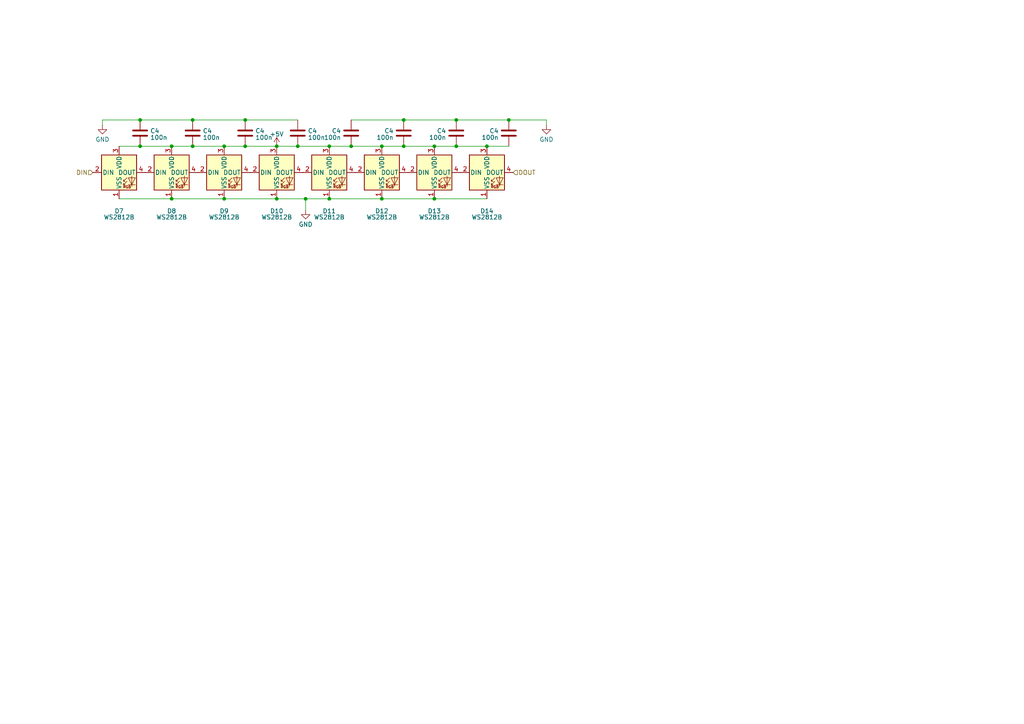
<source format=kicad_sch>
(kicad_sch (version 20230121) (generator eeschema)

  (uuid 000b5500-e950-4ea6-9be5-d5d1bcf6ea8e)

  (paper "A4")

  (lib_symbols
    (symbol "Device:C" (pin_numbers hide) (pin_names (offset 0.254)) (in_bom yes) (on_board yes)
      (property "Reference" "C" (at 0.635 2.54 0)
        (effects (font (size 1.27 1.27)) (justify left))
      )
      (property "Value" "C" (at 0.635 -2.54 0)
        (effects (font (size 1.27 1.27)) (justify left))
      )
      (property "Footprint" "" (at 0.9652 -3.81 0)
        (effects (font (size 1.27 1.27)) hide)
      )
      (property "Datasheet" "~" (at 0 0 0)
        (effects (font (size 1.27 1.27)) hide)
      )
      (property "ki_keywords" "cap capacitor" (at 0 0 0)
        (effects (font (size 1.27 1.27)) hide)
      )
      (property "ki_description" "Unpolarized capacitor" (at 0 0 0)
        (effects (font (size 1.27 1.27)) hide)
      )
      (property "ki_fp_filters" "C_*" (at 0 0 0)
        (effects (font (size 1.27 1.27)) hide)
      )
      (symbol "C_0_1"
        (polyline
          (pts
            (xy -2.032 -0.762)
            (xy 2.032 -0.762)
          )
          (stroke (width 0.508) (type default))
          (fill (type none))
        )
        (polyline
          (pts
            (xy -2.032 0.762)
            (xy 2.032 0.762)
          )
          (stroke (width 0.508) (type default))
          (fill (type none))
        )
      )
      (symbol "C_1_1"
        (pin passive line (at 0 3.81 270) (length 2.794)
          (name "~" (effects (font (size 1.27 1.27))))
          (number "1" (effects (font (size 1.27 1.27))))
        )
        (pin passive line (at 0 -3.81 90) (length 2.794)
          (name "~" (effects (font (size 1.27 1.27))))
          (number "2" (effects (font (size 1.27 1.27))))
        )
      )
    )
    (symbol "mapacr:XL-2121RGBC-WS2812B" (pin_names (offset 0.254)) (in_bom yes) (on_board yes)
      (property "Reference" "D" (at 5.08 5.715 0)
        (effects (font (size 1.27 1.27)) (justify right bottom))
      )
      (property "Value" "XL-2121RGBC-WS2812B" (at 1.27 -5.715 0)
        (effects (font (size 1.27 1.27)) (justify left top))
      )
      (property "Footprint" "mapacr:XL-2121RGBC-WS2812B" (at 1.27 -7.62 0)
        (effects (font (size 1.27 1.27)) (justify left top) hide)
      )
      (property "Datasheet" "https://datasheet.lcsc.com/lcsc/2301111010_XINGLIGHT-XL-2121RGBC-WS2812B_C5349957.pdf" (at 2.54 -9.525 0)
        (effects (font (size 1.27 1.27)) (justify left top) hide)
      )
      (property "JLCPCB_PART" "C5349957" (at 8.89 -12.7 0)
        (effects (font (size 1.27 1.27)))
      )
      (property "ki_keywords" "RGB LED NeoPixel addressable" (at 0 0 0)
        (effects (font (size 1.27 1.27)) hide)
      )
      (property "ki_description" "RGB LED with integrated controller" (at 0 0 0)
        (effects (font (size 1.27 1.27)) hide)
      )
      (property "ki_fp_filters" "LED*WS2812*PLCC*5.0x5.0mm*P3.2mm*" (at 0 0 0)
        (effects (font (size 1.27 1.27)) hide)
      )
      (symbol "XL-2121RGBC-WS2812B_0_0"
        (text "RGB" (at 2.286 -4.191 0)
          (effects (font (size 0.762 0.762)))
        )
      )
      (symbol "XL-2121RGBC-WS2812B_0_1"
        (rectangle (start -5.08 5.08) (end 5.08 -5.08)
          (stroke (width 0.254) (type default))
          (fill (type background))
        )
        (polyline
          (pts
            (xy 1.27 -3.556)
            (xy 1.778 -3.556)
          )
          (stroke (width 0) (type default))
          (fill (type none))
        )
        (polyline
          (pts
            (xy 1.27 -2.54)
            (xy 1.778 -2.54)
          )
          (stroke (width 0) (type default))
          (fill (type none))
        )
        (polyline
          (pts
            (xy 4.699 -3.556)
            (xy 2.667 -3.556)
          )
          (stroke (width 0) (type default))
          (fill (type none))
        )
        (polyline
          (pts
            (xy 2.286 -2.54)
            (xy 1.27 -3.556)
            (xy 1.27 -3.048)
          )
          (stroke (width 0) (type default))
          (fill (type none))
        )
        (polyline
          (pts
            (xy 2.286 -1.524)
            (xy 1.27 -2.54)
            (xy 1.27 -2.032)
          )
          (stroke (width 0) (type default))
          (fill (type none))
        )
        (polyline
          (pts
            (xy 3.683 -1.016)
            (xy 3.683 -3.556)
            (xy 3.683 -4.064)
          )
          (stroke (width 0) (type default))
          (fill (type none))
        )
        (polyline
          (pts
            (xy 4.699 -1.524)
            (xy 2.667 -1.524)
            (xy 3.683 -3.556)
            (xy 4.699 -1.524)
          )
          (stroke (width 0) (type default))
          (fill (type none))
        )
      )
      (symbol "XL-2121RGBC-WS2812B_1_1"
        (pin power_in line (at 0 -7.62 90) (length 2.54)
          (name "VSS" (effects (font (size 1.27 1.27))))
          (number "1" (effects (font (size 1.27 1.27))))
        )
        (pin input line (at -7.62 0 0) (length 2.54)
          (name "DIN" (effects (font (size 1.27 1.27))))
          (number "2" (effects (font (size 1.27 1.27))))
        )
        (pin power_in line (at 0 7.62 270) (length 2.54)
          (name "VDD" (effects (font (size 1.27 1.27))))
          (number "3" (effects (font (size 1.27 1.27))))
        )
        (pin output line (at 7.62 0 180) (length 2.54)
          (name "DOUT" (effects (font (size 1.27 1.27))))
          (number "4" (effects (font (size 1.27 1.27))))
        )
      )
    )
    (symbol "power:+5V" (power) (pin_names (offset 0)) (in_bom yes) (on_board yes)
      (property "Reference" "#PWR" (at 0 -3.81 0)
        (effects (font (size 1.27 1.27)) hide)
      )
      (property "Value" "+5V" (at 0 3.556 0)
        (effects (font (size 1.27 1.27)))
      )
      (property "Footprint" "" (at 0 0 0)
        (effects (font (size 1.27 1.27)) hide)
      )
      (property "Datasheet" "" (at 0 0 0)
        (effects (font (size 1.27 1.27)) hide)
      )
      (property "ki_keywords" "global power" (at 0 0 0)
        (effects (font (size 1.27 1.27)) hide)
      )
      (property "ki_description" "Power symbol creates a global label with name \"+5V\"" (at 0 0 0)
        (effects (font (size 1.27 1.27)) hide)
      )
      (symbol "+5V_0_1"
        (polyline
          (pts
            (xy -0.762 1.27)
            (xy 0 2.54)
          )
          (stroke (width 0) (type default))
          (fill (type none))
        )
        (polyline
          (pts
            (xy 0 0)
            (xy 0 2.54)
          )
          (stroke (width 0) (type default))
          (fill (type none))
        )
        (polyline
          (pts
            (xy 0 2.54)
            (xy 0.762 1.27)
          )
          (stroke (width 0) (type default))
          (fill (type none))
        )
      )
      (symbol "+5V_1_1"
        (pin power_in line (at 0 0 90) (length 0) hide
          (name "+5V" (effects (font (size 1.27 1.27))))
          (number "1" (effects (font (size 1.27 1.27))))
        )
      )
    )
    (symbol "power:GND" (power) (pin_names (offset 0)) (in_bom yes) (on_board yes)
      (property "Reference" "#PWR" (at 0 -6.35 0)
        (effects (font (size 1.27 1.27)) hide)
      )
      (property "Value" "GND" (at 0 -3.81 0)
        (effects (font (size 1.27 1.27)))
      )
      (property "Footprint" "" (at 0 0 0)
        (effects (font (size 1.27 1.27)) hide)
      )
      (property "Datasheet" "" (at 0 0 0)
        (effects (font (size 1.27 1.27)) hide)
      )
      (property "ki_keywords" "global power" (at 0 0 0)
        (effects (font (size 1.27 1.27)) hide)
      )
      (property "ki_description" "Power symbol creates a global label with name \"GND\" , ground" (at 0 0 0)
        (effects (font (size 1.27 1.27)) hide)
      )
      (symbol "GND_0_1"
        (polyline
          (pts
            (xy 0 0)
            (xy 0 -1.27)
            (xy 1.27 -1.27)
            (xy 0 -2.54)
            (xy -1.27 -1.27)
            (xy 0 -1.27)
          )
          (stroke (width 0) (type default))
          (fill (type none))
        )
      )
      (symbol "GND_1_1"
        (pin power_in line (at 0 0 270) (length 0) hide
          (name "GND" (effects (font (size 1.27 1.27))))
          (number "1" (effects (font (size 1.27 1.27))))
        )
      )
    )
  )

  (junction (at 40.64 42.418) (diameter 0) (color 0 0 0 0)
    (uuid 076f27ad-dce5-45e8-a599-cd9fd09a4eb8)
  )
  (junction (at 88.646 57.658) (diameter 0) (color 0 0 0 0)
    (uuid 0a12d924-5ca2-4a2c-b563-15907b3a8de8)
  )
  (junction (at 117.094 34.798) (diameter 0) (color 0 0 0 0)
    (uuid 24d5e596-1281-48f8-80ba-a8f0a416b282)
  )
  (junction (at 55.88 34.798) (diameter 0) (color 0 0 0 0)
    (uuid 265d45ae-08b6-48ad-9b92-3c2b068c1db5)
  )
  (junction (at 49.784 57.658) (diameter 0) (color 0 0 0 0)
    (uuid 2feaca8d-8bd7-4573-9fb0-50a13d9da08e)
  )
  (junction (at 125.984 57.658) (diameter 0) (color 0 0 0 0)
    (uuid 43285f87-e2bd-40f0-bc0c-91355db63775)
  )
  (junction (at 132.334 34.798) (diameter 0) (color 0 0 0 0)
    (uuid 43370472-cde4-4a2e-8a41-f4850d625106)
  )
  (junction (at 95.504 57.658) (diameter 0) (color 0 0 0 0)
    (uuid 44ce2c83-6039-4b9d-a892-7ee2ae255a55)
  )
  (junction (at 125.984 42.418) (diameter 0) (color 0 0 0 0)
    (uuid 5d848518-d294-4ffe-9fae-5e4a6144b3ba)
  )
  (junction (at 71.12 34.798) (diameter 0) (color 0 0 0 0)
    (uuid 60535f10-ea0f-46f9-8607-c917fb507c68)
  )
  (junction (at 65.024 42.418) (diameter 0) (color 0 0 0 0)
    (uuid 62cf7d67-54d2-47e1-bca7-4bc864da30d8)
  )
  (junction (at 117.094 42.418) (diameter 0) (color 0 0 0 0)
    (uuid 6ced6335-6a4d-4e63-849c-584a1b15c808)
  )
  (junction (at 101.854 42.418) (diameter 0) (color 0 0 0 0)
    (uuid 76dc330f-48bc-451e-99b5-ba8fc95d1654)
  )
  (junction (at 86.36 42.418) (diameter 0) (color 0 0 0 0)
    (uuid 8052c5b8-8c1a-4deb-b04b-a5b4878c9050)
  )
  (junction (at 141.224 42.418) (diameter 0) (color 0 0 0 0)
    (uuid 80b9aa37-55b8-498f-a5cb-73796f8d5b74)
  )
  (junction (at 110.744 57.658) (diameter 0) (color 0 0 0 0)
    (uuid 80d77340-442a-4aea-b3e5-9f7322bfc1c9)
  )
  (junction (at 40.64 34.798) (diameter 0) (color 0 0 0 0)
    (uuid 9a921984-a809-4b5f-b78f-df276978f6fb)
  )
  (junction (at 147.574 34.798) (diameter 0) (color 0 0 0 0)
    (uuid 9fba6edb-5e8f-4ee0-9f54-f85f87558a3d)
  )
  (junction (at 132.334 42.418) (diameter 0) (color 0 0 0 0)
    (uuid b375d5c0-daaa-484e-8474-62636617eec9)
  )
  (junction (at 95.504 42.418) (diameter 0) (color 0 0 0 0)
    (uuid c10de93a-7cac-4860-b28f-865f7b3c0ea9)
  )
  (junction (at 80.264 57.658) (diameter 0) (color 0 0 0 0)
    (uuid c686e753-cff7-42d4-9391-470ba6a7443d)
  )
  (junction (at 65.024 57.658) (diameter 0) (color 0 0 0 0)
    (uuid c804f64d-a986-4a7a-85b6-af779193f7be)
  )
  (junction (at 80.264 42.418) (diameter 0) (color 0 0 0 0)
    (uuid c8cf20c9-208e-4376-8c66-e77412f566aa)
  )
  (junction (at 71.12 42.418) (diameter 0) (color 0 0 0 0)
    (uuid d57f7d1c-1597-483a-a3e1-1c9c4bdc6398)
  )
  (junction (at 55.88 42.418) (diameter 0) (color 0 0 0 0)
    (uuid d9cf7402-8be4-4c06-a017-4d9c6198b0aa)
  )
  (junction (at 110.744 42.418) (diameter 0) (color 0 0 0 0)
    (uuid de70dc97-f5fe-40cb-bcc8-7a8bb88a7e2b)
  )
  (junction (at 49.784 42.418) (diameter 0) (color 0 0 0 0)
    (uuid e3cb3be1-3155-4fe9-ae94-375bcd005958)
  )

  (wire (pts (xy 29.718 34.798) (xy 29.718 36.322))
    (stroke (width 0) (type default))
    (uuid 01aac656-c07f-4c84-93cb-9c033d940289)
  )
  (wire (pts (xy 101.854 42.418) (xy 110.744 42.418))
    (stroke (width 0) (type default))
    (uuid 0453f6cd-55aa-4637-aab1-cfa9d1c3bf68)
  )
  (wire (pts (xy 117.094 42.418) (xy 125.984 42.418))
    (stroke (width 0) (type default))
    (uuid 06b04507-f16f-4a23-a4fd-12a34d01eb87)
  )
  (wire (pts (xy 80.264 57.658) (xy 88.646 57.658))
    (stroke (width 0) (type default))
    (uuid 0789743b-b203-4045-bab4-ec68d98c38cd)
  )
  (wire (pts (xy 86.36 42.418) (xy 95.504 42.418))
    (stroke (width 0) (type default))
    (uuid 07cb2bc4-bec1-475b-a955-5db8d4a3d49c)
  )
  (wire (pts (xy 55.88 42.418) (xy 65.024 42.418))
    (stroke (width 0) (type default))
    (uuid 23aa7f18-6294-4477-af17-f7c40489bae4)
  )
  (wire (pts (xy 55.88 34.798) (xy 40.64 34.798))
    (stroke (width 0) (type default))
    (uuid 26a9b515-7be8-4276-995c-dd05f7d6e389)
  )
  (wire (pts (xy 49.784 57.658) (xy 65.024 57.658))
    (stroke (width 0) (type default))
    (uuid 27739cdc-4988-44a3-98a0-89c7bce63d10)
  )
  (wire (pts (xy 101.854 34.798) (xy 117.094 34.798))
    (stroke (width 0) (type default))
    (uuid 31f813d6-689b-452e-958d-8eaf9fd7584f)
  )
  (wire (pts (xy 95.504 42.418) (xy 101.854 42.418))
    (stroke (width 0) (type default))
    (uuid 4436a00b-8f42-4173-aac2-df10c22bc9bd)
  )
  (wire (pts (xy 86.36 34.798) (xy 71.12 34.798))
    (stroke (width 0) (type default))
    (uuid 4987b847-a4bf-4e4e-873b-0dcaff41c29b)
  )
  (wire (pts (xy 40.64 34.798) (xy 29.718 34.798))
    (stroke (width 0) (type default))
    (uuid 49eae0da-cf44-4f25-91cb-809a0fc3ce13)
  )
  (wire (pts (xy 110.744 42.418) (xy 117.094 42.418))
    (stroke (width 0) (type default))
    (uuid 5d0dc019-b413-4bba-8fe5-234c7bdc0066)
  )
  (wire (pts (xy 34.544 42.418) (xy 40.64 42.418))
    (stroke (width 0) (type default))
    (uuid 6719b321-b060-4f64-93e8-d61d44cd9da7)
  )
  (wire (pts (xy 158.496 34.798) (xy 158.496 36.322))
    (stroke (width 0) (type default))
    (uuid 709af8ee-04e5-4f26-80af-0813bb250a3e)
  )
  (wire (pts (xy 80.264 42.418) (xy 86.36 42.418))
    (stroke (width 0) (type default))
    (uuid 72787bf4-b4c1-466a-8637-a494e1e1db0e)
  )
  (wire (pts (xy 49.784 42.418) (xy 55.88 42.418))
    (stroke (width 0) (type default))
    (uuid 7436212a-1c43-4ee9-a7f2-5fabfc37fb5d)
  )
  (wire (pts (xy 34.544 57.658) (xy 49.784 57.658))
    (stroke (width 0) (type default))
    (uuid 7b0dd1d4-b592-454b-9352-a40588067800)
  )
  (wire (pts (xy 71.12 42.418) (xy 80.264 42.418))
    (stroke (width 0) (type default))
    (uuid 7d34f8b0-0568-4cf5-a6b2-065ca5e1d011)
  )
  (wire (pts (xy 125.984 57.658) (xy 141.224 57.658))
    (stroke (width 0) (type default))
    (uuid 85e4be36-617a-4a95-bf2c-089f2baf6ab8)
  )
  (wire (pts (xy 110.744 57.658) (xy 125.984 57.658))
    (stroke (width 0) (type default))
    (uuid 9c56fcc0-ed11-46e9-b39c-c0ac61eb54e6)
  )
  (wire (pts (xy 141.224 42.418) (xy 147.574 42.418))
    (stroke (width 0) (type default))
    (uuid 9ed592a6-e05d-4974-a132-b77dfff10a0c)
  )
  (wire (pts (xy 125.984 42.418) (xy 132.334 42.418))
    (stroke (width 0) (type default))
    (uuid a13cd02b-53d0-445c-9392-fe9c08aad183)
  )
  (wire (pts (xy 147.574 34.798) (xy 158.496 34.798))
    (stroke (width 0) (type default))
    (uuid a2a404bb-62c1-4a70-b6c3-488c0599b2be)
  )
  (wire (pts (xy 117.094 34.798) (xy 132.334 34.798))
    (stroke (width 0) (type default))
    (uuid a8680dec-8195-41d2-bac9-ffaaf66dee82)
  )
  (wire (pts (xy 88.646 57.658) (xy 95.504 57.658))
    (stroke (width 0) (type default))
    (uuid c4fa4715-8bb6-4813-87cc-b28bcfa6b572)
  )
  (wire (pts (xy 71.12 34.798) (xy 55.88 34.798))
    (stroke (width 0) (type default))
    (uuid ccefc73a-060c-4e21-8b3e-1c990cc1fb10)
  )
  (wire (pts (xy 40.64 42.418) (xy 49.784 42.418))
    (stroke (width 0) (type default))
    (uuid d0093afa-584c-428c-9aa6-86c5203ed76e)
  )
  (wire (pts (xy 65.024 57.658) (xy 80.264 57.658))
    (stroke (width 0) (type default))
    (uuid d3051ebd-644a-46b7-9847-733d21e8b688)
  )
  (wire (pts (xy 132.334 42.418) (xy 141.224 42.418))
    (stroke (width 0) (type default))
    (uuid d38dfb42-4542-4941-9f02-5afd23be777c)
  )
  (wire (pts (xy 65.024 42.418) (xy 71.12 42.418))
    (stroke (width 0) (type default))
    (uuid de1514e0-d5c5-4319-bcad-569de99e3409)
  )
  (wire (pts (xy 95.504 57.658) (xy 110.744 57.658))
    (stroke (width 0) (type default))
    (uuid ed7c5f6b-6084-4936-8b00-1c97464d57e5)
  )
  (wire (pts (xy 88.646 57.658) (xy 88.646 60.96))
    (stroke (width 0) (type default))
    (uuid f183c458-5853-4d34-9a6d-820d56d6fa79)
  )
  (wire (pts (xy 132.334 34.798) (xy 147.574 34.798))
    (stroke (width 0) (type default))
    (uuid f957241b-076d-4644-a757-7c517fb3782c)
  )

  (hierarchical_label "DIN" (shape input) (at 26.924 50.038 180) (fields_autoplaced)
    (effects (font (size 1.27 1.27)) (justify right))
    (uuid 153f7dd4-89ea-49ee-a746-af6c37edf211)
  )
  (hierarchical_label "DOUT" (shape input) (at 148.844 50.038 0) (fields_autoplaced)
    (effects (font (size 1.27 1.27)) (justify left))
    (uuid 34fa7aba-866f-4070-a28d-5601976d24d3)
  )

  (symbol (lib_id "mapacr:XL-2121RGBC-WS2812B") (at 49.784 50.038 0) (unit 1)
    (in_bom yes) (on_board yes) (dnp no)
    (uuid 071bbdce-fbd7-4ffd-b22c-6156075021be)
    (property "Reference" "D8" (at 49.784 61.214 0)
      (effects (font (size 1.27 1.27)))
    )
    (property "Value" "WS2812B" (at 49.784 62.992 0)
      (effects (font (size 1.27 1.27)))
    )
    (property "Footprint" "mapacr:XL-2121RGBC-WS2812B" (at 51.054 57.658 0)
      (effects (font (size 1.27 1.27)) (justify left top) hide)
    )
    (property "Datasheet" "https://datasheet.lcsc.com/lcsc/2301111010_XINGLIGHT-XL-2121RGBC-WS2812B_C5349957.pdf" (at 52.324 59.563 0)
      (effects (font (size 1.27 1.27)) (justify left top) hide)
    )
    (property "JLCPCB_PART" "C5349957" (at 49.784 50.038 0)
      (effects (font (size 1.27 1.27)) hide)
    )
    (pin "1" (uuid e2e36cce-d9c9-4133-b065-92226cd154fd))
    (pin "2" (uuid 708f7f4e-5a53-458b-8fc9-7e85d730e9f8))
    (pin "3" (uuid 0fb60e7e-2c94-4f1c-9213-c91b771c1113))
    (pin "4" (uuid 7890ffed-ab81-4731-a51f-7b3aa752605b))
    (instances
      (project "mapacr_budget"
        (path "/71b974b8-1ba1-4062-b002-6a1a7fefb29b/ef5651ee-0871-4d6d-9c6e-414262a62a70"
          (reference "D8") (unit 1)
        )
        (path "/71b974b8-1ba1-4062-b002-6a1a7fefb29b/b471be08-38da-4f6d-99c9-51508577e4de"
          (reference "D34") (unit 1)
        )
        (path "/71b974b8-1ba1-4062-b002-6a1a7fefb29b/9f10eabd-fac9-4558-acc5-44aed6c19d06"
          (reference "D72") (unit 1)
        )
        (path "/71b974b8-1ba1-4062-b002-6a1a7fefb29b/45d952cb-e33b-40b3-8cf1-e8719b831343"
          (reference "D104") (unit 1)
        )
        (path "/71b974b8-1ba1-4062-b002-6a1a7fefb29b/312f0c3d-00c3-4679-841a-39ed235d9850"
          (reference "D138") (unit 1)
        )
        (path "/71b974b8-1ba1-4062-b002-6a1a7fefb29b/ff6e3c1b-d4a0-4fcd-b79d-95b4fb3177db"
          (reference "D173") (unit 1)
        )
        (path "/71b974b8-1ba1-4062-b002-6a1a7fefb29b/5349d1ac-352c-473a-a0ee-34ce162bc7c7"
          (reference "D188") (unit 1)
        )
        (path "/71b974b8-1ba1-4062-b002-6a1a7fefb29b/fe0a37dd-c78a-4d5d-b354-eb404b7f8f91"
          (reference "D203") (unit 1)
        )
      )
    )
  )

  (symbol (lib_id "Device:C") (at 40.64 38.608 0) (unit 1)
    (in_bom yes) (on_board yes) (dnp no) (fields_autoplaced)
    (uuid 206c5539-1ef0-4613-bacd-a4a153d06b80)
    (property "Reference" "C4" (at 43.561 37.9643 0)
      (effects (font (size 1.27 1.27)) (justify left))
    )
    (property "Value" "100n" (at 43.561 39.8853 0)
      (effects (font (size 1.27 1.27)) (justify left))
    )
    (property "Footprint" "Capacitor_SMD:C_0402_1005Metric" (at 41.6052 42.418 0)
      (effects (font (size 1.27 1.27)) hide)
    )
    (property "Datasheet" "~" (at 40.64 38.608 0)
      (effects (font (size 1.27 1.27)) hide)
    )
    (property "JLCPCB_PART" "C1525" (at 40.64 38.608 0)
      (effects (font (size 1.27 1.27)) hide)
    )
    (pin "1" (uuid 9e3fceaf-5881-4372-b666-f54585e32232))
    (pin "2" (uuid 26b74832-3da5-4187-bc02-b43e4e26f256))
    (instances
      (project "mapacr_budget"
        (path "/71b974b8-1ba1-4062-b002-6a1a7fefb29b"
          (reference "C4") (unit 1)
        )
        (path "/71b974b8-1ba1-4062-b002-6a1a7fefb29b/f52dec1b-c982-41db-b30e-ceff01a37811"
          (reference "C11") (unit 1)
        )
        (path "/71b974b8-1ba1-4062-b002-6a1a7fefb29b/402cd8cc-f516-424c-85a0-522f37d43c49"
          (reference "C12") (unit 1)
        )
        (path "/71b974b8-1ba1-4062-b002-6a1a7fefb29b/406a379a-0026-4462-a438-13893326d56e"
          (reference "C13") (unit 1)
        )
        (path "/71b974b8-1ba1-4062-b002-6a1a7fefb29b/61e8544f-1984-44ab-b3c9-02e9f2cb8537"
          (reference "C14") (unit 1)
        )
        (path "/71b974b8-1ba1-4062-b002-6a1a7fefb29b/45742699-6e65-4de0-9a9f-deffae99a3e2"
          (reference "C15") (unit 1)
        )
        (path "/71b974b8-1ba1-4062-b002-6a1a7fefb29b/fd207ae8-3562-48d7-a269-49069aa87ee2"
          (reference "C16") (unit 1)
        )
        (path "/71b974b8-1ba1-4062-b002-6a1a7fefb29b/efb310ba-6218-4192-a0b7-3542a75ac5f7"
          (reference "C17") (unit 1)
        )
        (path "/71b974b8-1ba1-4062-b002-6a1a7fefb29b/9ae854d1-0d72-426c-85fa-670aa3eaa4e9"
          (reference "C18") (unit 1)
        )
        (path "/71b974b8-1ba1-4062-b002-6a1a7fefb29b/4d9fab85-4e20-4961-b776-60f98c0c1888"
          (reference "C19") (unit 1)
        )
        (path "/71b974b8-1ba1-4062-b002-6a1a7fefb29b/78103047-5bab-49fc-ab7a-b39956314c55"
          (reference "C20") (unit 1)
        )
        (path "/71b974b8-1ba1-4062-b002-6a1a7fefb29b/ef5651ee-0871-4d6d-9c6e-414262a62a70"
          (reference "C51") (unit 1)
        )
        (path "/71b974b8-1ba1-4062-b002-6a1a7fefb29b/b471be08-38da-4f6d-99c9-51508577e4de"
          (reference "C59") (unit 1)
        )
        (path "/71b974b8-1ba1-4062-b002-6a1a7fefb29b/9f10eabd-fac9-4558-acc5-44aed6c19d06"
          (reference "C67") (unit 1)
        )
        (path "/71b974b8-1ba1-4062-b002-6a1a7fefb29b/45d952cb-e33b-40b3-8cf1-e8719b831343"
          (reference "C75") (unit 1)
        )
        (path "/71b974b8-1ba1-4062-b002-6a1a7fefb29b/312f0c3d-00c3-4679-841a-39ed235d9850"
          (reference "C83") (unit 1)
        )
        (path "/71b974b8-1ba1-4062-b002-6a1a7fefb29b/ff6e3c1b-d4a0-4fcd-b79d-95b4fb3177db"
          (reference "C87") (unit 1)
        )
        (path "/71b974b8-1ba1-4062-b002-6a1a7fefb29b/5349d1ac-352c-473a-a0ee-34ce162bc7c7"
          (reference "C91") (unit 1)
        )
        (path "/71b974b8-1ba1-4062-b002-6a1a7fefb29b/fe0a37dd-c78a-4d5d-b354-eb404b7f8f91"
          (reference "C95") (unit 1)
        )
      )
      (project "mapacr_controller"
        (path "/c2c1ed0a-c892-43f8-b0d8-e01dd6d47873"
          (reference "C4") (unit 1)
        )
      )
    )
  )

  (symbol (lib_id "power:GND") (at 29.718 36.322 0) (unit 1)
    (in_bom yes) (on_board yes) (dnp no) (fields_autoplaced)
    (uuid 2b831ff2-2ebd-42ff-ae6c-5d3f4ea36a98)
    (property "Reference" "#PWR0110" (at 29.718 42.672 0)
      (effects (font (size 1.27 1.27)) hide)
    )
    (property "Value" "GND" (at 29.718 40.4575 0)
      (effects (font (size 1.27 1.27)))
    )
    (property "Footprint" "" (at 29.718 36.322 0)
      (effects (font (size 1.27 1.27)) hide)
    )
    (property "Datasheet" "" (at 29.718 36.322 0)
      (effects (font (size 1.27 1.27)) hide)
    )
    (pin "1" (uuid 050ea7fc-3a9d-4040-b4e9-5b1ed340208a))
    (instances
      (project "mapacr_budget"
        (path "/71b974b8-1ba1-4062-b002-6a1a7fefb29b/f52dec1b-c982-41db-b30e-ceff01a37811"
          (reference "#PWR0110") (unit 1)
        )
        (path "/71b974b8-1ba1-4062-b002-6a1a7fefb29b/402cd8cc-f516-424c-85a0-522f37d43c49"
          (reference "#PWR0111") (unit 1)
        )
        (path "/71b974b8-1ba1-4062-b002-6a1a7fefb29b/406a379a-0026-4462-a438-13893326d56e"
          (reference "#PWR0112") (unit 1)
        )
        (path "/71b974b8-1ba1-4062-b002-6a1a7fefb29b/61e8544f-1984-44ab-b3c9-02e9f2cb8537"
          (reference "#PWR0113") (unit 1)
        )
        (path "/71b974b8-1ba1-4062-b002-6a1a7fefb29b/45742699-6e65-4de0-9a9f-deffae99a3e2"
          (reference "#PWR0114") (unit 1)
        )
        (path "/71b974b8-1ba1-4062-b002-6a1a7fefb29b/fd207ae8-3562-48d7-a269-49069aa87ee2"
          (reference "#PWR0115") (unit 1)
        )
        (path "/71b974b8-1ba1-4062-b002-6a1a7fefb29b/efb310ba-6218-4192-a0b7-3542a75ac5f7"
          (reference "#PWR0116") (unit 1)
        )
        (path "/71b974b8-1ba1-4062-b002-6a1a7fefb29b/9ae854d1-0d72-426c-85fa-670aa3eaa4e9"
          (reference "#PWR0117") (unit 1)
        )
        (path "/71b974b8-1ba1-4062-b002-6a1a7fefb29b/4d9fab85-4e20-4961-b776-60f98c0c1888"
          (reference "#PWR0118") (unit 1)
        )
        (path "/71b974b8-1ba1-4062-b002-6a1a7fefb29b/78103047-5bab-49fc-ab7a-b39956314c55"
          (reference "#PWR0119") (unit 1)
        )
        (path "/71b974b8-1ba1-4062-b002-6a1a7fefb29b/ef5651ee-0871-4d6d-9c6e-414262a62a70"
          (reference "#PWR0128") (unit 1)
        )
        (path "/71b974b8-1ba1-4062-b002-6a1a7fefb29b/b471be08-38da-4f6d-99c9-51508577e4de"
          (reference "#PWR0129") (unit 1)
        )
        (path "/71b974b8-1ba1-4062-b002-6a1a7fefb29b/9f10eabd-fac9-4558-acc5-44aed6c19d06"
          (reference "#PWR0130") (unit 1)
        )
        (path "/71b974b8-1ba1-4062-b002-6a1a7fefb29b/45d952cb-e33b-40b3-8cf1-e8719b831343"
          (reference "#PWR0131") (unit 1)
        )
        (path "/71b974b8-1ba1-4062-b002-6a1a7fefb29b/312f0c3d-00c3-4679-841a-39ed235d9850"
          (reference "#PWR0132") (unit 1)
        )
        (path "/71b974b8-1ba1-4062-b002-6a1a7fefb29b/ff6e3c1b-d4a0-4fcd-b79d-95b4fb3177db"
          (reference "#PWR0133") (unit 1)
        )
        (path "/71b974b8-1ba1-4062-b002-6a1a7fefb29b/5349d1ac-352c-473a-a0ee-34ce162bc7c7"
          (reference "#PWR0134") (unit 1)
        )
        (path "/71b974b8-1ba1-4062-b002-6a1a7fefb29b/fe0a37dd-c78a-4d5d-b354-eb404b7f8f91"
          (reference "#PWR0135") (unit 1)
        )
      )
    )
  )

  (symbol (lib_id "Device:C") (at 117.094 38.608 0) (mirror y) (unit 1)
    (in_bom yes) (on_board yes) (dnp no) (fields_autoplaced)
    (uuid 432e7d1c-c7e9-417a-a094-aa1035783e32)
    (property "Reference" "C4" (at 114.173 37.9643 0)
      (effects (font (size 1.27 1.27)) (justify left))
    )
    (property "Value" "100n" (at 114.173 39.8853 0)
      (effects (font (size 1.27 1.27)) (justify left))
    )
    (property "Footprint" "Capacitor_SMD:C_0402_1005Metric" (at 116.1288 42.418 0)
      (effects (font (size 1.27 1.27)) hide)
    )
    (property "Datasheet" "~" (at 117.094 38.608 0)
      (effects (font (size 1.27 1.27)) hide)
    )
    (property "JLCPCB_PART" "C1525" (at 117.094 38.608 0)
      (effects (font (size 1.27 1.27)) hide)
    )
    (pin "1" (uuid 92e33e71-788e-4e9b-a52e-e88b812dffcb))
    (pin "2" (uuid b375c223-8d79-4861-86e4-eaee51bcb51f))
    (instances
      (project "mapacr_budget"
        (path "/71b974b8-1ba1-4062-b002-6a1a7fefb29b"
          (reference "C4") (unit 1)
        )
        (path "/71b974b8-1ba1-4062-b002-6a1a7fefb29b/f52dec1b-c982-41db-b30e-ceff01a37811"
          (reference "C31") (unit 1)
        )
        (path "/71b974b8-1ba1-4062-b002-6a1a7fefb29b/402cd8cc-f516-424c-85a0-522f37d43c49"
          (reference "C32") (unit 1)
        )
        (path "/71b974b8-1ba1-4062-b002-6a1a7fefb29b/406a379a-0026-4462-a438-13893326d56e"
          (reference "C33") (unit 1)
        )
        (path "/71b974b8-1ba1-4062-b002-6a1a7fefb29b/61e8544f-1984-44ab-b3c9-02e9f2cb8537"
          (reference "C34") (unit 1)
        )
        (path "/71b974b8-1ba1-4062-b002-6a1a7fefb29b/45742699-6e65-4de0-9a9f-deffae99a3e2"
          (reference "C35") (unit 1)
        )
        (path "/71b974b8-1ba1-4062-b002-6a1a7fefb29b/fd207ae8-3562-48d7-a269-49069aa87ee2"
          (reference "C36") (unit 1)
        )
        (path "/71b974b8-1ba1-4062-b002-6a1a7fefb29b/efb310ba-6218-4192-a0b7-3542a75ac5f7"
          (reference "C37") (unit 1)
        )
        (path "/71b974b8-1ba1-4062-b002-6a1a7fefb29b/9ae854d1-0d72-426c-85fa-670aa3eaa4e9"
          (reference "C38") (unit 1)
        )
        (path "/71b974b8-1ba1-4062-b002-6a1a7fefb29b/4d9fab85-4e20-4961-b776-60f98c0c1888"
          (reference "C39") (unit 1)
        )
        (path "/71b974b8-1ba1-4062-b002-6a1a7fefb29b/78103047-5bab-49fc-ab7a-b39956314c55"
          (reference "C40") (unit 1)
        )
        (path "/71b974b8-1ba1-4062-b002-6a1a7fefb29b/ef5651ee-0871-4d6d-9c6e-414262a62a70"
          (reference "C101") (unit 1)
        )
        (path "/71b974b8-1ba1-4062-b002-6a1a7fefb29b/b471be08-38da-4f6d-99c9-51508577e4de"
          (reference "C105") (unit 1)
        )
        (path "/71b974b8-1ba1-4062-b002-6a1a7fefb29b/9f10eabd-fac9-4558-acc5-44aed6c19d06"
          (reference "C109") (unit 1)
        )
        (path "/71b974b8-1ba1-4062-b002-6a1a7fefb29b/45d952cb-e33b-40b3-8cf1-e8719b831343"
          (reference "C113") (unit 1)
        )
        (path "/71b974b8-1ba1-4062-b002-6a1a7fefb29b/312f0c3d-00c3-4679-841a-39ed235d9850"
          (reference "C117") (unit 1)
        )
        (path "/71b974b8-1ba1-4062-b002-6a1a7fefb29b/ff6e3c1b-d4a0-4fcd-b79d-95b4fb3177db"
          (reference "C121") (unit 1)
        )
        (path "/71b974b8-1ba1-4062-b002-6a1a7fefb29b/5349d1ac-352c-473a-a0ee-34ce162bc7c7"
          (reference "C125") (unit 1)
        )
        (path "/71b974b8-1ba1-4062-b002-6a1a7fefb29b/fe0a37dd-c78a-4d5d-b354-eb404b7f8f91"
          (reference "C129") (unit 1)
        )
      )
      (project "mapacr_controller"
        (path "/c2c1ed0a-c892-43f8-b0d8-e01dd6d47873"
          (reference "C4") (unit 1)
        )
      )
    )
  )

  (symbol (lib_id "mapacr:XL-2121RGBC-WS2812B") (at 125.984 50.038 0) (unit 1)
    (in_bom yes) (on_board yes) (dnp no)
    (uuid 476591c4-ce6b-4694-8b41-7ecd6086bdbe)
    (property "Reference" "D13" (at 125.984 61.214 0)
      (effects (font (size 1.27 1.27)))
    )
    (property "Value" "WS2812B" (at 125.984 62.992 0)
      (effects (font (size 1.27 1.27)))
    )
    (property "Footprint" "mapacr:XL-2121RGBC-WS2812B" (at 127.254 57.658 0)
      (effects (font (size 1.27 1.27)) (justify left top) hide)
    )
    (property "Datasheet" "https://datasheet.lcsc.com/lcsc/2301111010_XINGLIGHT-XL-2121RGBC-WS2812B_C5349957.pdf" (at 128.524 59.563 0)
      (effects (font (size 1.27 1.27)) (justify left top) hide)
    )
    (property "JLCPCB_PART" "C5349957" (at 125.984 50.038 0)
      (effects (font (size 1.27 1.27)) hide)
    )
    (pin "1" (uuid 64a28a88-5916-4401-9f72-e2bfa2cb489b))
    (pin "2" (uuid 277d6b05-1fb7-46e0-8b17-3196bee87e91))
    (pin "3" (uuid 25a40b93-0442-4763-8536-85a8bc8ae3b2))
    (pin "4" (uuid 25eeaa42-1117-4977-ad86-e5fa0faa63f2))
    (instances
      (project "mapacr_budget"
        (path "/71b974b8-1ba1-4062-b002-6a1a7fefb29b/ef5651ee-0871-4d6d-9c6e-414262a62a70"
          (reference "D13") (unit 1)
        )
        (path "/71b974b8-1ba1-4062-b002-6a1a7fefb29b/b471be08-38da-4f6d-99c9-51508577e4de"
          (reference "D39") (unit 1)
        )
        (path "/71b974b8-1ba1-4062-b002-6a1a7fefb29b/9f10eabd-fac9-4558-acc5-44aed6c19d06"
          (reference "D77") (unit 1)
        )
        (path "/71b974b8-1ba1-4062-b002-6a1a7fefb29b/45d952cb-e33b-40b3-8cf1-e8719b831343"
          (reference "D109") (unit 1)
        )
        (path "/71b974b8-1ba1-4062-b002-6a1a7fefb29b/312f0c3d-00c3-4679-841a-39ed235d9850"
          (reference "D143") (unit 1)
        )
        (path "/71b974b8-1ba1-4062-b002-6a1a7fefb29b/ff6e3c1b-d4a0-4fcd-b79d-95b4fb3177db"
          (reference "D178") (unit 1)
        )
        (path "/71b974b8-1ba1-4062-b002-6a1a7fefb29b/5349d1ac-352c-473a-a0ee-34ce162bc7c7"
          (reference "D193") (unit 1)
        )
        (path "/71b974b8-1ba1-4062-b002-6a1a7fefb29b/fe0a37dd-c78a-4d5d-b354-eb404b7f8f91"
          (reference "D208") (unit 1)
        )
      )
    )
  )

  (symbol (lib_id "Device:C") (at 86.36 38.608 0) (unit 1)
    (in_bom yes) (on_board yes) (dnp no) (fields_autoplaced)
    (uuid 4ea3e363-5196-44c4-9bb1-671e1feb4dd5)
    (property "Reference" "C4" (at 89.281 37.9643 0)
      (effects (font (size 1.27 1.27)) (justify left))
    )
    (property "Value" "100n" (at 89.281 39.8853 0)
      (effects (font (size 1.27 1.27)) (justify left))
    )
    (property "Footprint" "Capacitor_SMD:C_0402_1005Metric" (at 87.3252 42.418 0)
      (effects (font (size 1.27 1.27)) hide)
    )
    (property "Datasheet" "~" (at 86.36 38.608 0)
      (effects (font (size 1.27 1.27)) hide)
    )
    (property "JLCPCB_PART" "C1525" (at 86.36 38.608 0)
      (effects (font (size 1.27 1.27)) hide)
    )
    (pin "1" (uuid 2723a0dc-0da8-460e-b284-bc8e8eafb94d))
    (pin "2" (uuid a0b931a2-8dc5-4684-85e9-858751134c97))
    (instances
      (project "mapacr_budget"
        (path "/71b974b8-1ba1-4062-b002-6a1a7fefb29b"
          (reference "C4") (unit 1)
        )
        (path "/71b974b8-1ba1-4062-b002-6a1a7fefb29b/f52dec1b-c982-41db-b30e-ceff01a37811"
          (reference "C41") (unit 1)
        )
        (path "/71b974b8-1ba1-4062-b002-6a1a7fefb29b/402cd8cc-f516-424c-85a0-522f37d43c49"
          (reference "C42") (unit 1)
        )
        (path "/71b974b8-1ba1-4062-b002-6a1a7fefb29b/406a379a-0026-4462-a438-13893326d56e"
          (reference "C43") (unit 1)
        )
        (path "/71b974b8-1ba1-4062-b002-6a1a7fefb29b/61e8544f-1984-44ab-b3c9-02e9f2cb8537"
          (reference "C44") (unit 1)
        )
        (path "/71b974b8-1ba1-4062-b002-6a1a7fefb29b/45742699-6e65-4de0-9a9f-deffae99a3e2"
          (reference "C45") (unit 1)
        )
        (path "/71b974b8-1ba1-4062-b002-6a1a7fefb29b/fd207ae8-3562-48d7-a269-49069aa87ee2"
          (reference "C46") (unit 1)
        )
        (path "/71b974b8-1ba1-4062-b002-6a1a7fefb29b/efb310ba-6218-4192-a0b7-3542a75ac5f7"
          (reference "C47") (unit 1)
        )
        (path "/71b974b8-1ba1-4062-b002-6a1a7fefb29b/9ae854d1-0d72-426c-85fa-670aa3eaa4e9"
          (reference "C48") (unit 1)
        )
        (path "/71b974b8-1ba1-4062-b002-6a1a7fefb29b/4d9fab85-4e20-4961-b776-60f98c0c1888"
          (reference "C49") (unit 1)
        )
        (path "/71b974b8-1ba1-4062-b002-6a1a7fefb29b/78103047-5bab-49fc-ab7a-b39956314c55"
          (reference "C50") (unit 1)
        )
        (path "/71b974b8-1ba1-4062-b002-6a1a7fefb29b/ef5651ee-0871-4d6d-9c6e-414262a62a70"
          (reference "C56") (unit 1)
        )
        (path "/71b974b8-1ba1-4062-b002-6a1a7fefb29b/b471be08-38da-4f6d-99c9-51508577e4de"
          (reference "C64") (unit 1)
        )
        (path "/71b974b8-1ba1-4062-b002-6a1a7fefb29b/9f10eabd-fac9-4558-acc5-44aed6c19d06"
          (reference "C72") (unit 1)
        )
        (path "/71b974b8-1ba1-4062-b002-6a1a7fefb29b/45d952cb-e33b-40b3-8cf1-e8719b831343"
          (reference "C80") (unit 1)
        )
        (path "/71b974b8-1ba1-4062-b002-6a1a7fefb29b/312f0c3d-00c3-4679-841a-39ed235d9850"
          (reference "C86") (unit 1)
        )
        (path "/71b974b8-1ba1-4062-b002-6a1a7fefb29b/ff6e3c1b-d4a0-4fcd-b79d-95b4fb3177db"
          (reference "C90") (unit 1)
        )
        (path "/71b974b8-1ba1-4062-b002-6a1a7fefb29b/5349d1ac-352c-473a-a0ee-34ce162bc7c7"
          (reference "C94") (unit 1)
        )
        (path "/71b974b8-1ba1-4062-b002-6a1a7fefb29b/fe0a37dd-c78a-4d5d-b354-eb404b7f8f91"
          (reference "C98") (unit 1)
        )
      )
      (project "mapacr_controller"
        (path "/c2c1ed0a-c892-43f8-b0d8-e01dd6d47873"
          (reference "C4") (unit 1)
        )
      )
    )
  )

  (symbol (lib_id "mapacr:XL-2121RGBC-WS2812B") (at 110.744 50.038 0) (unit 1)
    (in_bom yes) (on_board yes) (dnp no)
    (uuid 4fef6977-888a-4071-af1e-063b618b8958)
    (property "Reference" "D12" (at 110.744 61.214 0)
      (effects (font (size 1.27 1.27)))
    )
    (property "Value" "WS2812B" (at 110.744 62.992 0)
      (effects (font (size 1.27 1.27)))
    )
    (property "Footprint" "mapacr:XL-2121RGBC-WS2812B" (at 112.014 57.658 0)
      (effects (font (size 1.27 1.27)) (justify left top) hide)
    )
    (property "Datasheet" "https://datasheet.lcsc.com/lcsc/2301111010_XINGLIGHT-XL-2121RGBC-WS2812B_C5349957.pdf" (at 113.284 59.563 0)
      (effects (font (size 1.27 1.27)) (justify left top) hide)
    )
    (property "JLCPCB_PART" "C5349957" (at 110.744 50.038 0)
      (effects (font (size 1.27 1.27)) hide)
    )
    (pin "1" (uuid 8a1cf781-ed3c-4e01-8688-3752aa3a8101))
    (pin "2" (uuid 9c87a604-079f-4c33-91b2-daabb420fd1a))
    (pin "3" (uuid 571dd0c5-86c4-48de-a689-3c697033f831))
    (pin "4" (uuid 889e63bb-d6f3-42f3-8ba8-fb9eaeca5068))
    (instances
      (project "mapacr_budget"
        (path "/71b974b8-1ba1-4062-b002-6a1a7fefb29b/ef5651ee-0871-4d6d-9c6e-414262a62a70"
          (reference "D12") (unit 1)
        )
        (path "/71b974b8-1ba1-4062-b002-6a1a7fefb29b/b471be08-38da-4f6d-99c9-51508577e4de"
          (reference "D38") (unit 1)
        )
        (path "/71b974b8-1ba1-4062-b002-6a1a7fefb29b/9f10eabd-fac9-4558-acc5-44aed6c19d06"
          (reference "D76") (unit 1)
        )
        (path "/71b974b8-1ba1-4062-b002-6a1a7fefb29b/45d952cb-e33b-40b3-8cf1-e8719b831343"
          (reference "D108") (unit 1)
        )
        (path "/71b974b8-1ba1-4062-b002-6a1a7fefb29b/312f0c3d-00c3-4679-841a-39ed235d9850"
          (reference "D142") (unit 1)
        )
        (path "/71b974b8-1ba1-4062-b002-6a1a7fefb29b/ff6e3c1b-d4a0-4fcd-b79d-95b4fb3177db"
          (reference "D177") (unit 1)
        )
        (path "/71b974b8-1ba1-4062-b002-6a1a7fefb29b/5349d1ac-352c-473a-a0ee-34ce162bc7c7"
          (reference "D192") (unit 1)
        )
        (path "/71b974b8-1ba1-4062-b002-6a1a7fefb29b/fe0a37dd-c78a-4d5d-b354-eb404b7f8f91"
          (reference "D207") (unit 1)
        )
      )
    )
  )

  (symbol (lib_id "Device:C") (at 147.574 38.608 0) (mirror y) (unit 1)
    (in_bom yes) (on_board yes) (dnp no) (fields_autoplaced)
    (uuid 5ea6e7ed-df85-4d37-9978-987584730e2a)
    (property "Reference" "C4" (at 144.653 37.9643 0)
      (effects (font (size 1.27 1.27)) (justify left))
    )
    (property "Value" "100n" (at 144.653 39.8853 0)
      (effects (font (size 1.27 1.27)) (justify left))
    )
    (property "Footprint" "Capacitor_SMD:C_0402_1005Metric" (at 146.6088 42.418 0)
      (effects (font (size 1.27 1.27)) hide)
    )
    (property "Datasheet" "~" (at 147.574 38.608 0)
      (effects (font (size 1.27 1.27)) hide)
    )
    (property "JLCPCB_PART" "C1525" (at 147.574 38.608 0)
      (effects (font (size 1.27 1.27)) hide)
    )
    (pin "1" (uuid db1420aa-bf3f-459b-9534-6bef1987b2fc))
    (pin "2" (uuid 5fb163e2-59e7-46e0-8466-634cfd3aa6d5))
    (instances
      (project "mapacr_budget"
        (path "/71b974b8-1ba1-4062-b002-6a1a7fefb29b"
          (reference "C4") (unit 1)
        )
        (path "/71b974b8-1ba1-4062-b002-6a1a7fefb29b/f52dec1b-c982-41db-b30e-ceff01a37811"
          (reference "C11") (unit 1)
        )
        (path "/71b974b8-1ba1-4062-b002-6a1a7fefb29b/402cd8cc-f516-424c-85a0-522f37d43c49"
          (reference "C12") (unit 1)
        )
        (path "/71b974b8-1ba1-4062-b002-6a1a7fefb29b/406a379a-0026-4462-a438-13893326d56e"
          (reference "C13") (unit 1)
        )
        (path "/71b974b8-1ba1-4062-b002-6a1a7fefb29b/61e8544f-1984-44ab-b3c9-02e9f2cb8537"
          (reference "C14") (unit 1)
        )
        (path "/71b974b8-1ba1-4062-b002-6a1a7fefb29b/45742699-6e65-4de0-9a9f-deffae99a3e2"
          (reference "C15") (unit 1)
        )
        (path "/71b974b8-1ba1-4062-b002-6a1a7fefb29b/fd207ae8-3562-48d7-a269-49069aa87ee2"
          (reference "C16") (unit 1)
        )
        (path "/71b974b8-1ba1-4062-b002-6a1a7fefb29b/efb310ba-6218-4192-a0b7-3542a75ac5f7"
          (reference "C17") (unit 1)
        )
        (path "/71b974b8-1ba1-4062-b002-6a1a7fefb29b/9ae854d1-0d72-426c-85fa-670aa3eaa4e9"
          (reference "C18") (unit 1)
        )
        (path "/71b974b8-1ba1-4062-b002-6a1a7fefb29b/4d9fab85-4e20-4961-b776-60f98c0c1888"
          (reference "C19") (unit 1)
        )
        (path "/71b974b8-1ba1-4062-b002-6a1a7fefb29b/78103047-5bab-49fc-ab7a-b39956314c55"
          (reference "C20") (unit 1)
        )
        (path "/71b974b8-1ba1-4062-b002-6a1a7fefb29b/ef5651ee-0871-4d6d-9c6e-414262a62a70"
          (reference "C99") (unit 1)
        )
        (path "/71b974b8-1ba1-4062-b002-6a1a7fefb29b/b471be08-38da-4f6d-99c9-51508577e4de"
          (reference "C103") (unit 1)
        )
        (path "/71b974b8-1ba1-4062-b002-6a1a7fefb29b/9f10eabd-fac9-4558-acc5-44aed6c19d06"
          (reference "C107") (unit 1)
        )
        (path "/71b974b8-1ba1-4062-b002-6a1a7fefb29b/45d952cb-e33b-40b3-8cf1-e8719b831343"
          (reference "C111") (unit 1)
        )
        (path "/71b974b8-1ba1-4062-b002-6a1a7fefb29b/312f0c3d-00c3-4679-841a-39ed235d9850"
          (reference "C115") (unit 1)
        )
        (path "/71b974b8-1ba1-4062-b002-6a1a7fefb29b/ff6e3c1b-d4a0-4fcd-b79d-95b4fb3177db"
          (reference "C119") (unit 1)
        )
        (path "/71b974b8-1ba1-4062-b002-6a1a7fefb29b/5349d1ac-352c-473a-a0ee-34ce162bc7c7"
          (reference "C123") (unit 1)
        )
        (path "/71b974b8-1ba1-4062-b002-6a1a7fefb29b/fe0a37dd-c78a-4d5d-b354-eb404b7f8f91"
          (reference "C127") (unit 1)
        )
      )
      (project "mapacr_controller"
        (path "/c2c1ed0a-c892-43f8-b0d8-e01dd6d47873"
          (reference "C4") (unit 1)
        )
      )
    )
  )

  (symbol (lib_id "Device:C") (at 132.334 38.608 0) (mirror y) (unit 1)
    (in_bom yes) (on_board yes) (dnp no) (fields_autoplaced)
    (uuid 77028cb2-46f4-417d-b842-fa728964bd99)
    (property "Reference" "C4" (at 129.413 37.9643 0)
      (effects (font (size 1.27 1.27)) (justify left))
    )
    (property "Value" "100n" (at 129.413 39.8853 0)
      (effects (font (size 1.27 1.27)) (justify left))
    )
    (property "Footprint" "Capacitor_SMD:C_0402_1005Metric" (at 131.3688 42.418 0)
      (effects (font (size 1.27 1.27)) hide)
    )
    (property "Datasheet" "~" (at 132.334 38.608 0)
      (effects (font (size 1.27 1.27)) hide)
    )
    (property "JLCPCB_PART" "C1525" (at 132.334 38.608 0)
      (effects (font (size 1.27 1.27)) hide)
    )
    (pin "1" (uuid ad12513d-8697-4642-acd6-741088293fb1))
    (pin "2" (uuid 7be5825d-71b1-487c-a416-acfcb64827cc))
    (instances
      (project "mapacr_budget"
        (path "/71b974b8-1ba1-4062-b002-6a1a7fefb29b"
          (reference "C4") (unit 1)
        )
        (path "/71b974b8-1ba1-4062-b002-6a1a7fefb29b/f52dec1b-c982-41db-b30e-ceff01a37811"
          (reference "C21") (unit 1)
        )
        (path "/71b974b8-1ba1-4062-b002-6a1a7fefb29b/402cd8cc-f516-424c-85a0-522f37d43c49"
          (reference "C22") (unit 1)
        )
        (path "/71b974b8-1ba1-4062-b002-6a1a7fefb29b/406a379a-0026-4462-a438-13893326d56e"
          (reference "C23") (unit 1)
        )
        (path "/71b974b8-1ba1-4062-b002-6a1a7fefb29b/61e8544f-1984-44ab-b3c9-02e9f2cb8537"
          (reference "C24") (unit 1)
        )
        (path "/71b974b8-1ba1-4062-b002-6a1a7fefb29b/45742699-6e65-4de0-9a9f-deffae99a3e2"
          (reference "C25") (unit 1)
        )
        (path "/71b974b8-1ba1-4062-b002-6a1a7fefb29b/fd207ae8-3562-48d7-a269-49069aa87ee2"
          (reference "C26") (unit 1)
        )
        (path "/71b974b8-1ba1-4062-b002-6a1a7fefb29b/efb310ba-6218-4192-a0b7-3542a75ac5f7"
          (reference "C27") (unit 1)
        )
        (path "/71b974b8-1ba1-4062-b002-6a1a7fefb29b/9ae854d1-0d72-426c-85fa-670aa3eaa4e9"
          (reference "C28") (unit 1)
        )
        (path "/71b974b8-1ba1-4062-b002-6a1a7fefb29b/4d9fab85-4e20-4961-b776-60f98c0c1888"
          (reference "C29") (unit 1)
        )
        (path "/71b974b8-1ba1-4062-b002-6a1a7fefb29b/78103047-5bab-49fc-ab7a-b39956314c55"
          (reference "C30") (unit 1)
        )
        (path "/71b974b8-1ba1-4062-b002-6a1a7fefb29b/ef5651ee-0871-4d6d-9c6e-414262a62a70"
          (reference "C100") (unit 1)
        )
        (path "/71b974b8-1ba1-4062-b002-6a1a7fefb29b/b471be08-38da-4f6d-99c9-51508577e4de"
          (reference "C104") (unit 1)
        )
        (path "/71b974b8-1ba1-4062-b002-6a1a7fefb29b/9f10eabd-fac9-4558-acc5-44aed6c19d06"
          (reference "C108") (unit 1)
        )
        (path "/71b974b8-1ba1-4062-b002-6a1a7fefb29b/45d952cb-e33b-40b3-8cf1-e8719b831343"
          (reference "C112") (unit 1)
        )
        (path "/71b974b8-1ba1-4062-b002-6a1a7fefb29b/312f0c3d-00c3-4679-841a-39ed235d9850"
          (reference "C116") (unit 1)
        )
        (path "/71b974b8-1ba1-4062-b002-6a1a7fefb29b/ff6e3c1b-d4a0-4fcd-b79d-95b4fb3177db"
          (reference "C120") (unit 1)
        )
        (path "/71b974b8-1ba1-4062-b002-6a1a7fefb29b/5349d1ac-352c-473a-a0ee-34ce162bc7c7"
          (reference "C124") (unit 1)
        )
        (path "/71b974b8-1ba1-4062-b002-6a1a7fefb29b/fe0a37dd-c78a-4d5d-b354-eb404b7f8f91"
          (reference "C128") (unit 1)
        )
      )
      (project "mapacr_controller"
        (path "/c2c1ed0a-c892-43f8-b0d8-e01dd6d47873"
          (reference "C4") (unit 1)
        )
      )
    )
  )

  (symbol (lib_id "mapacr:XL-2121RGBC-WS2812B") (at 80.264 50.038 0) (unit 1)
    (in_bom yes) (on_board yes) (dnp no)
    (uuid 7afa00a7-6042-43a9-bec5-63b0f07f19a1)
    (property "Reference" "D10" (at 80.264 61.214 0)
      (effects (font (size 1.27 1.27)))
    )
    (property "Value" "WS2812B" (at 80.264 62.992 0)
      (effects (font (size 1.27 1.27)))
    )
    (property "Footprint" "mapacr:XL-2121RGBC-WS2812B" (at 81.534 57.658 0)
      (effects (font (size 1.27 1.27)) (justify left top) hide)
    )
    (property "Datasheet" "https://datasheet.lcsc.com/lcsc/2301111010_XINGLIGHT-XL-2121RGBC-WS2812B_C5349957.pdf" (at 82.804 59.563 0)
      (effects (font (size 1.27 1.27)) (justify left top) hide)
    )
    (property "JLCPCB_PART" "C5349957" (at 80.264 50.038 0)
      (effects (font (size 1.27 1.27)) hide)
    )
    (pin "1" (uuid cdea1281-6255-4000-ba7d-ea3c55e2e522))
    (pin "2" (uuid 21dd4fd8-3b1a-45ca-9fef-bdd5ad48c727))
    (pin "3" (uuid 555a7567-602c-4f6c-95b4-01cabde77bc1))
    (pin "4" (uuid c160ab7b-0da0-4300-8aa3-8b23b370e9ce))
    (instances
      (project "mapacr_budget"
        (path "/71b974b8-1ba1-4062-b002-6a1a7fefb29b/ef5651ee-0871-4d6d-9c6e-414262a62a70"
          (reference "D10") (unit 1)
        )
        (path "/71b974b8-1ba1-4062-b002-6a1a7fefb29b/b471be08-38da-4f6d-99c9-51508577e4de"
          (reference "D36") (unit 1)
        )
        (path "/71b974b8-1ba1-4062-b002-6a1a7fefb29b/9f10eabd-fac9-4558-acc5-44aed6c19d06"
          (reference "D74") (unit 1)
        )
        (path "/71b974b8-1ba1-4062-b002-6a1a7fefb29b/45d952cb-e33b-40b3-8cf1-e8719b831343"
          (reference "D106") (unit 1)
        )
        (path "/71b974b8-1ba1-4062-b002-6a1a7fefb29b/312f0c3d-00c3-4679-841a-39ed235d9850"
          (reference "D140") (unit 1)
        )
        (path "/71b974b8-1ba1-4062-b002-6a1a7fefb29b/ff6e3c1b-d4a0-4fcd-b79d-95b4fb3177db"
          (reference "D175") (unit 1)
        )
        (path "/71b974b8-1ba1-4062-b002-6a1a7fefb29b/5349d1ac-352c-473a-a0ee-34ce162bc7c7"
          (reference "D190") (unit 1)
        )
        (path "/71b974b8-1ba1-4062-b002-6a1a7fefb29b/fe0a37dd-c78a-4d5d-b354-eb404b7f8f91"
          (reference "D205") (unit 1)
        )
      )
    )
  )

  (symbol (lib_id "Device:C") (at 71.12 38.608 0) (unit 1)
    (in_bom yes) (on_board yes) (dnp no) (fields_autoplaced)
    (uuid 91c3d21e-7044-4232-a1bb-b4e0af679950)
    (property "Reference" "C4" (at 74.041 37.9643 0)
      (effects (font (size 1.27 1.27)) (justify left))
    )
    (property "Value" "100n" (at 74.041 39.8853 0)
      (effects (font (size 1.27 1.27)) (justify left))
    )
    (property "Footprint" "Capacitor_SMD:C_0402_1005Metric" (at 72.0852 42.418 0)
      (effects (font (size 1.27 1.27)) hide)
    )
    (property "Datasheet" "~" (at 71.12 38.608 0)
      (effects (font (size 1.27 1.27)) hide)
    )
    (property "JLCPCB_PART" "C1525" (at 71.12 38.608 0)
      (effects (font (size 1.27 1.27)) hide)
    )
    (pin "1" (uuid 17a6a375-c48e-4da0-a4aa-99f9fc5e0449))
    (pin "2" (uuid 15b970ee-5648-4f4c-a3dc-f85c2029650b))
    (instances
      (project "mapacr_budget"
        (path "/71b974b8-1ba1-4062-b002-6a1a7fefb29b"
          (reference "C4") (unit 1)
        )
        (path "/71b974b8-1ba1-4062-b002-6a1a7fefb29b/f52dec1b-c982-41db-b30e-ceff01a37811"
          (reference "C31") (unit 1)
        )
        (path "/71b974b8-1ba1-4062-b002-6a1a7fefb29b/402cd8cc-f516-424c-85a0-522f37d43c49"
          (reference "C32") (unit 1)
        )
        (path "/71b974b8-1ba1-4062-b002-6a1a7fefb29b/406a379a-0026-4462-a438-13893326d56e"
          (reference "C33") (unit 1)
        )
        (path "/71b974b8-1ba1-4062-b002-6a1a7fefb29b/61e8544f-1984-44ab-b3c9-02e9f2cb8537"
          (reference "C34") (unit 1)
        )
        (path "/71b974b8-1ba1-4062-b002-6a1a7fefb29b/45742699-6e65-4de0-9a9f-deffae99a3e2"
          (reference "C35") (unit 1)
        )
        (path "/71b974b8-1ba1-4062-b002-6a1a7fefb29b/fd207ae8-3562-48d7-a269-49069aa87ee2"
          (reference "C36") (unit 1)
        )
        (path "/71b974b8-1ba1-4062-b002-6a1a7fefb29b/efb310ba-6218-4192-a0b7-3542a75ac5f7"
          (reference "C37") (unit 1)
        )
        (path "/71b974b8-1ba1-4062-b002-6a1a7fefb29b/9ae854d1-0d72-426c-85fa-670aa3eaa4e9"
          (reference "C38") (unit 1)
        )
        (path "/71b974b8-1ba1-4062-b002-6a1a7fefb29b/4d9fab85-4e20-4961-b776-60f98c0c1888"
          (reference "C39") (unit 1)
        )
        (path "/71b974b8-1ba1-4062-b002-6a1a7fefb29b/78103047-5bab-49fc-ab7a-b39956314c55"
          (reference "C40") (unit 1)
        )
        (path "/71b974b8-1ba1-4062-b002-6a1a7fefb29b/ef5651ee-0871-4d6d-9c6e-414262a62a70"
          (reference "C55") (unit 1)
        )
        (path "/71b974b8-1ba1-4062-b002-6a1a7fefb29b/b471be08-38da-4f6d-99c9-51508577e4de"
          (reference "C63") (unit 1)
        )
        (path "/71b974b8-1ba1-4062-b002-6a1a7fefb29b/9f10eabd-fac9-4558-acc5-44aed6c19d06"
          (reference "C71") (unit 1)
        )
        (path "/71b974b8-1ba1-4062-b002-6a1a7fefb29b/45d952cb-e33b-40b3-8cf1-e8719b831343"
          (reference "C79") (unit 1)
        )
        (path "/71b974b8-1ba1-4062-b002-6a1a7fefb29b/312f0c3d-00c3-4679-841a-39ed235d9850"
          (reference "C85") (unit 1)
        )
        (path "/71b974b8-1ba1-4062-b002-6a1a7fefb29b/ff6e3c1b-d4a0-4fcd-b79d-95b4fb3177db"
          (reference "C89") (unit 1)
        )
        (path "/71b974b8-1ba1-4062-b002-6a1a7fefb29b/5349d1ac-352c-473a-a0ee-34ce162bc7c7"
          (reference "C93") (unit 1)
        )
        (path "/71b974b8-1ba1-4062-b002-6a1a7fefb29b/fe0a37dd-c78a-4d5d-b354-eb404b7f8f91"
          (reference "C97") (unit 1)
        )
      )
      (project "mapacr_controller"
        (path "/c2c1ed0a-c892-43f8-b0d8-e01dd6d47873"
          (reference "C4") (unit 1)
        )
      )
    )
  )

  (symbol (lib_id "mapacr:XL-2121RGBC-WS2812B") (at 65.024 50.038 0) (unit 1)
    (in_bom yes) (on_board yes) (dnp no)
    (uuid 92422482-315c-4a4e-bd50-6c6600f554ec)
    (property "Reference" "D9" (at 65.024 61.214 0)
      (effects (font (size 1.27 1.27)))
    )
    (property "Value" "WS2812B" (at 65.024 62.992 0)
      (effects (font (size 1.27 1.27)))
    )
    (property "Footprint" "mapacr:XL-2121RGBC-WS2812B" (at 66.294 57.658 0)
      (effects (font (size 1.27 1.27)) (justify left top) hide)
    )
    (property "Datasheet" "https://datasheet.lcsc.com/lcsc/2301111010_XINGLIGHT-XL-2121RGBC-WS2812B_C5349957.pdf" (at 67.564 59.563 0)
      (effects (font (size 1.27 1.27)) (justify left top) hide)
    )
    (property "JLCPCB_PART" "C5349957" (at 65.024 50.038 0)
      (effects (font (size 1.27 1.27)) hide)
    )
    (pin "1" (uuid 88188597-5bb7-45f0-928f-1cc1847a9b9b))
    (pin "2" (uuid 57d28a2f-13d2-4b63-b8ab-8436c3d7ca99))
    (pin "3" (uuid 51d3ad95-cb36-4312-a102-6390685cde92))
    (pin "4" (uuid 4cb6c6b7-a3b8-420c-9bad-0546494bff72))
    (instances
      (project "mapacr_budget"
        (path "/71b974b8-1ba1-4062-b002-6a1a7fefb29b/ef5651ee-0871-4d6d-9c6e-414262a62a70"
          (reference "D9") (unit 1)
        )
        (path "/71b974b8-1ba1-4062-b002-6a1a7fefb29b/b471be08-38da-4f6d-99c9-51508577e4de"
          (reference "D35") (unit 1)
        )
        (path "/71b974b8-1ba1-4062-b002-6a1a7fefb29b/9f10eabd-fac9-4558-acc5-44aed6c19d06"
          (reference "D73") (unit 1)
        )
        (path "/71b974b8-1ba1-4062-b002-6a1a7fefb29b/45d952cb-e33b-40b3-8cf1-e8719b831343"
          (reference "D105") (unit 1)
        )
        (path "/71b974b8-1ba1-4062-b002-6a1a7fefb29b/312f0c3d-00c3-4679-841a-39ed235d9850"
          (reference "D139") (unit 1)
        )
        (path "/71b974b8-1ba1-4062-b002-6a1a7fefb29b/ff6e3c1b-d4a0-4fcd-b79d-95b4fb3177db"
          (reference "D174") (unit 1)
        )
        (path "/71b974b8-1ba1-4062-b002-6a1a7fefb29b/5349d1ac-352c-473a-a0ee-34ce162bc7c7"
          (reference "D189") (unit 1)
        )
        (path "/71b974b8-1ba1-4062-b002-6a1a7fefb29b/fe0a37dd-c78a-4d5d-b354-eb404b7f8f91"
          (reference "D204") (unit 1)
        )
      )
    )
  )

  (symbol (lib_id "Device:C") (at 101.854 38.608 0) (mirror y) (unit 1)
    (in_bom yes) (on_board yes) (dnp no) (fields_autoplaced)
    (uuid a499c6a7-878e-4e2c-9b95-ab1c80342e57)
    (property "Reference" "C4" (at 98.933 37.9643 0)
      (effects (font (size 1.27 1.27)) (justify left))
    )
    (property "Value" "100n" (at 98.933 39.8853 0)
      (effects (font (size 1.27 1.27)) (justify left))
    )
    (property "Footprint" "Capacitor_SMD:C_0402_1005Metric" (at 100.8888 42.418 0)
      (effects (font (size 1.27 1.27)) hide)
    )
    (property "Datasheet" "~" (at 101.854 38.608 0)
      (effects (font (size 1.27 1.27)) hide)
    )
    (property "JLCPCB_PART" "C1525" (at 101.854 38.608 0)
      (effects (font (size 1.27 1.27)) hide)
    )
    (pin "1" (uuid f093370f-fee5-44ee-be6c-95668f572f56))
    (pin "2" (uuid b40569d6-519c-4e13-9e7d-f34685f47f49))
    (instances
      (project "mapacr_budget"
        (path "/71b974b8-1ba1-4062-b002-6a1a7fefb29b"
          (reference "C4") (unit 1)
        )
        (path "/71b974b8-1ba1-4062-b002-6a1a7fefb29b/f52dec1b-c982-41db-b30e-ceff01a37811"
          (reference "C41") (unit 1)
        )
        (path "/71b974b8-1ba1-4062-b002-6a1a7fefb29b/402cd8cc-f516-424c-85a0-522f37d43c49"
          (reference "C42") (unit 1)
        )
        (path "/71b974b8-1ba1-4062-b002-6a1a7fefb29b/406a379a-0026-4462-a438-13893326d56e"
          (reference "C43") (unit 1)
        )
        (path "/71b974b8-1ba1-4062-b002-6a1a7fefb29b/61e8544f-1984-44ab-b3c9-02e9f2cb8537"
          (reference "C44") (unit 1)
        )
        (path "/71b974b8-1ba1-4062-b002-6a1a7fefb29b/45742699-6e65-4de0-9a9f-deffae99a3e2"
          (reference "C45") (unit 1)
        )
        (path "/71b974b8-1ba1-4062-b002-6a1a7fefb29b/fd207ae8-3562-48d7-a269-49069aa87ee2"
          (reference "C46") (unit 1)
        )
        (path "/71b974b8-1ba1-4062-b002-6a1a7fefb29b/efb310ba-6218-4192-a0b7-3542a75ac5f7"
          (reference "C47") (unit 1)
        )
        (path "/71b974b8-1ba1-4062-b002-6a1a7fefb29b/9ae854d1-0d72-426c-85fa-670aa3eaa4e9"
          (reference "C48") (unit 1)
        )
        (path "/71b974b8-1ba1-4062-b002-6a1a7fefb29b/4d9fab85-4e20-4961-b776-60f98c0c1888"
          (reference "C49") (unit 1)
        )
        (path "/71b974b8-1ba1-4062-b002-6a1a7fefb29b/78103047-5bab-49fc-ab7a-b39956314c55"
          (reference "C50") (unit 1)
        )
        (path "/71b974b8-1ba1-4062-b002-6a1a7fefb29b/ef5651ee-0871-4d6d-9c6e-414262a62a70"
          (reference "C102") (unit 1)
        )
        (path "/71b974b8-1ba1-4062-b002-6a1a7fefb29b/b471be08-38da-4f6d-99c9-51508577e4de"
          (reference "C106") (unit 1)
        )
        (path "/71b974b8-1ba1-4062-b002-6a1a7fefb29b/9f10eabd-fac9-4558-acc5-44aed6c19d06"
          (reference "C110") (unit 1)
        )
        (path "/71b974b8-1ba1-4062-b002-6a1a7fefb29b/45d952cb-e33b-40b3-8cf1-e8719b831343"
          (reference "C114") (unit 1)
        )
        (path "/71b974b8-1ba1-4062-b002-6a1a7fefb29b/312f0c3d-00c3-4679-841a-39ed235d9850"
          (reference "C118") (unit 1)
        )
        (path "/71b974b8-1ba1-4062-b002-6a1a7fefb29b/ff6e3c1b-d4a0-4fcd-b79d-95b4fb3177db"
          (reference "C122") (unit 1)
        )
        (path "/71b974b8-1ba1-4062-b002-6a1a7fefb29b/5349d1ac-352c-473a-a0ee-34ce162bc7c7"
          (reference "C126") (unit 1)
        )
        (path "/71b974b8-1ba1-4062-b002-6a1a7fefb29b/fe0a37dd-c78a-4d5d-b354-eb404b7f8f91"
          (reference "C130") (unit 1)
        )
      )
      (project "mapacr_controller"
        (path "/c2c1ed0a-c892-43f8-b0d8-e01dd6d47873"
          (reference "C4") (unit 1)
        )
      )
    )
  )

  (symbol (lib_id "power:GND") (at 158.496 36.322 0) (mirror y) (unit 1)
    (in_bom yes) (on_board yes) (dnp no) (fields_autoplaced)
    (uuid a74a9383-b02c-446c-9006-524b9763b988)
    (property "Reference" "#PWR0110" (at 158.496 42.672 0)
      (effects (font (size 1.27 1.27)) hide)
    )
    (property "Value" "GND" (at 158.496 40.4575 0)
      (effects (font (size 1.27 1.27)))
    )
    (property "Footprint" "" (at 158.496 36.322 0)
      (effects (font (size 1.27 1.27)) hide)
    )
    (property "Datasheet" "" (at 158.496 36.322 0)
      (effects (font (size 1.27 1.27)) hide)
    )
    (pin "1" (uuid 71920b7f-e944-4396-9553-867d39bf1e6c))
    (instances
      (project "mapacr_budget"
        (path "/71b974b8-1ba1-4062-b002-6a1a7fefb29b/f52dec1b-c982-41db-b30e-ceff01a37811"
          (reference "#PWR0110") (unit 1)
        )
        (path "/71b974b8-1ba1-4062-b002-6a1a7fefb29b/402cd8cc-f516-424c-85a0-522f37d43c49"
          (reference "#PWR0111") (unit 1)
        )
        (path "/71b974b8-1ba1-4062-b002-6a1a7fefb29b/406a379a-0026-4462-a438-13893326d56e"
          (reference "#PWR0112") (unit 1)
        )
        (path "/71b974b8-1ba1-4062-b002-6a1a7fefb29b/61e8544f-1984-44ab-b3c9-02e9f2cb8537"
          (reference "#PWR0113") (unit 1)
        )
        (path "/71b974b8-1ba1-4062-b002-6a1a7fefb29b/45742699-6e65-4de0-9a9f-deffae99a3e2"
          (reference "#PWR0114") (unit 1)
        )
        (path "/71b974b8-1ba1-4062-b002-6a1a7fefb29b/fd207ae8-3562-48d7-a269-49069aa87ee2"
          (reference "#PWR0115") (unit 1)
        )
        (path "/71b974b8-1ba1-4062-b002-6a1a7fefb29b/efb310ba-6218-4192-a0b7-3542a75ac5f7"
          (reference "#PWR0116") (unit 1)
        )
        (path "/71b974b8-1ba1-4062-b002-6a1a7fefb29b/9ae854d1-0d72-426c-85fa-670aa3eaa4e9"
          (reference "#PWR0117") (unit 1)
        )
        (path "/71b974b8-1ba1-4062-b002-6a1a7fefb29b/4d9fab85-4e20-4961-b776-60f98c0c1888"
          (reference "#PWR0118") (unit 1)
        )
        (path "/71b974b8-1ba1-4062-b002-6a1a7fefb29b/78103047-5bab-49fc-ab7a-b39956314c55"
          (reference "#PWR0119") (unit 1)
        )
        (path "/71b974b8-1ba1-4062-b002-6a1a7fefb29b/ef5651ee-0871-4d6d-9c6e-414262a62a70"
          (reference "#PWR0136") (unit 1)
        )
        (path "/71b974b8-1ba1-4062-b002-6a1a7fefb29b/b471be08-38da-4f6d-99c9-51508577e4de"
          (reference "#PWR0137") (unit 1)
        )
        (path "/71b974b8-1ba1-4062-b002-6a1a7fefb29b/9f10eabd-fac9-4558-acc5-44aed6c19d06"
          (reference "#PWR0138") (unit 1)
        )
        (path "/71b974b8-1ba1-4062-b002-6a1a7fefb29b/45d952cb-e33b-40b3-8cf1-e8719b831343"
          (reference "#PWR0139") (unit 1)
        )
        (path "/71b974b8-1ba1-4062-b002-6a1a7fefb29b/312f0c3d-00c3-4679-841a-39ed235d9850"
          (reference "#PWR0140") (unit 1)
        )
        (path "/71b974b8-1ba1-4062-b002-6a1a7fefb29b/ff6e3c1b-d4a0-4fcd-b79d-95b4fb3177db"
          (reference "#PWR0141") (unit 1)
        )
        (path "/71b974b8-1ba1-4062-b002-6a1a7fefb29b/5349d1ac-352c-473a-a0ee-34ce162bc7c7"
          (reference "#PWR0142") (unit 1)
        )
        (path "/71b974b8-1ba1-4062-b002-6a1a7fefb29b/fe0a37dd-c78a-4d5d-b354-eb404b7f8f91"
          (reference "#PWR0143") (unit 1)
        )
      )
    )
  )

  (symbol (lib_id "mapacr:XL-2121RGBC-WS2812B") (at 34.544 50.038 0) (unit 1)
    (in_bom yes) (on_board yes) (dnp no)
    (uuid adcdd1ab-519f-44ea-81d5-f5e48cf71255)
    (property "Reference" "D7" (at 34.544 61.214 0)
      (effects (font (size 1.27 1.27)))
    )
    (property "Value" "WS2812B" (at 34.544 62.992 0)
      (effects (font (size 1.27 1.27)))
    )
    (property "Footprint" "mapacr:XL-2121RGBC-WS2812B" (at 35.814 57.658 0)
      (effects (font (size 1.27 1.27)) (justify left top) hide)
    )
    (property "Datasheet" "https://datasheet.lcsc.com/lcsc/2301111010_XINGLIGHT-XL-2121RGBC-WS2812B_C5349957.pdf" (at 37.084 59.563 0)
      (effects (font (size 1.27 1.27)) (justify left top) hide)
    )
    (property "JLCPCB_PART" "C5349957" (at 34.544 50.038 0)
      (effects (font (size 1.27 1.27)) hide)
    )
    (pin "1" (uuid 8e284b5e-bdad-464f-87fe-161edbeaef93))
    (pin "2" (uuid 85963255-6344-4ad5-b110-803bc8e615e3))
    (pin "3" (uuid 3bae9506-e5e7-41cf-bcf4-da6fad777539))
    (pin "4" (uuid 1be551f3-62a5-4c83-bab5-a0db5c057136))
    (instances
      (project "mapacr_budget"
        (path "/71b974b8-1ba1-4062-b002-6a1a7fefb29b/ef5651ee-0871-4d6d-9c6e-414262a62a70"
          (reference "D7") (unit 1)
        )
        (path "/71b974b8-1ba1-4062-b002-6a1a7fefb29b/b471be08-38da-4f6d-99c9-51508577e4de"
          (reference "D33") (unit 1)
        )
        (path "/71b974b8-1ba1-4062-b002-6a1a7fefb29b/9f10eabd-fac9-4558-acc5-44aed6c19d06"
          (reference "D71") (unit 1)
        )
        (path "/71b974b8-1ba1-4062-b002-6a1a7fefb29b/45d952cb-e33b-40b3-8cf1-e8719b831343"
          (reference "D103") (unit 1)
        )
        (path "/71b974b8-1ba1-4062-b002-6a1a7fefb29b/312f0c3d-00c3-4679-841a-39ed235d9850"
          (reference "D137") (unit 1)
        )
        (path "/71b974b8-1ba1-4062-b002-6a1a7fefb29b/ff6e3c1b-d4a0-4fcd-b79d-95b4fb3177db"
          (reference "D172") (unit 1)
        )
        (path "/71b974b8-1ba1-4062-b002-6a1a7fefb29b/5349d1ac-352c-473a-a0ee-34ce162bc7c7"
          (reference "D187") (unit 1)
        )
        (path "/71b974b8-1ba1-4062-b002-6a1a7fefb29b/fe0a37dd-c78a-4d5d-b354-eb404b7f8f91"
          (reference "D202") (unit 1)
        )
      )
    )
  )

  (symbol (lib_id "mapacr:XL-2121RGBC-WS2812B") (at 95.504 50.038 0) (unit 1)
    (in_bom yes) (on_board yes) (dnp no)
    (uuid d3bf2732-cb8e-4b04-86a5-ab6947f068b7)
    (property "Reference" "D11" (at 95.504 61.214 0)
      (effects (font (size 1.27 1.27)))
    )
    (property "Value" "WS2812B" (at 95.504 62.992 0)
      (effects (font (size 1.27 1.27)))
    )
    (property "Footprint" "mapacr:XL-2121RGBC-WS2812B" (at 96.774 57.658 0)
      (effects (font (size 1.27 1.27)) (justify left top) hide)
    )
    (property "Datasheet" "https://datasheet.lcsc.com/lcsc/2301111010_XINGLIGHT-XL-2121RGBC-WS2812B_C5349957.pdf" (at 98.044 59.563 0)
      (effects (font (size 1.27 1.27)) (justify left top) hide)
    )
    (property "JLCPCB_PART" "C5349957" (at 95.504 50.038 0)
      (effects (font (size 1.27 1.27)) hide)
    )
    (pin "1" (uuid c2afd13d-c1e2-41bb-a227-fc70ff2159be))
    (pin "2" (uuid 54acc490-660e-416c-a715-4c5eed0e624f))
    (pin "3" (uuid a8b14572-a706-432b-bb90-a373d0de7f98))
    (pin "4" (uuid a6c4ec39-ed76-42d4-970b-9f163319085f))
    (instances
      (project "mapacr_budget"
        (path "/71b974b8-1ba1-4062-b002-6a1a7fefb29b/ef5651ee-0871-4d6d-9c6e-414262a62a70"
          (reference "D11") (unit 1)
        )
        (path "/71b974b8-1ba1-4062-b002-6a1a7fefb29b/b471be08-38da-4f6d-99c9-51508577e4de"
          (reference "D37") (unit 1)
        )
        (path "/71b974b8-1ba1-4062-b002-6a1a7fefb29b/9f10eabd-fac9-4558-acc5-44aed6c19d06"
          (reference "D75") (unit 1)
        )
        (path "/71b974b8-1ba1-4062-b002-6a1a7fefb29b/45d952cb-e33b-40b3-8cf1-e8719b831343"
          (reference "D107") (unit 1)
        )
        (path "/71b974b8-1ba1-4062-b002-6a1a7fefb29b/312f0c3d-00c3-4679-841a-39ed235d9850"
          (reference "D141") (unit 1)
        )
        (path "/71b974b8-1ba1-4062-b002-6a1a7fefb29b/ff6e3c1b-d4a0-4fcd-b79d-95b4fb3177db"
          (reference "D176") (unit 1)
        )
        (path "/71b974b8-1ba1-4062-b002-6a1a7fefb29b/5349d1ac-352c-473a-a0ee-34ce162bc7c7"
          (reference "D191") (unit 1)
        )
        (path "/71b974b8-1ba1-4062-b002-6a1a7fefb29b/fe0a37dd-c78a-4d5d-b354-eb404b7f8f91"
          (reference "D206") (unit 1)
        )
      )
    )
  )

  (symbol (lib_id "power:GND") (at 88.646 60.96 0) (unit 1)
    (in_bom yes) (on_board yes) (dnp no) (fields_autoplaced)
    (uuid db626532-738f-445b-ab24-e85c72dd2680)
    (property "Reference" "#PWR06" (at 88.646 67.31 0)
      (effects (font (size 1.27 1.27)) hide)
    )
    (property "Value" "GND" (at 88.646 65.0955 0)
      (effects (font (size 1.27 1.27)))
    )
    (property "Footprint" "" (at 88.646 60.96 0)
      (effects (font (size 1.27 1.27)) hide)
    )
    (property "Datasheet" "" (at 88.646 60.96 0)
      (effects (font (size 1.27 1.27)) hide)
    )
    (pin "1" (uuid fcaf2175-dc1b-473f-bc4d-5cbdd2cdcfce))
    (instances
      (project "mapacr_budget"
        (path "/71b974b8-1ba1-4062-b002-6a1a7fefb29b/ef5651ee-0871-4d6d-9c6e-414262a62a70"
          (reference "#PWR06") (unit 1)
        )
        (path "/71b974b8-1ba1-4062-b002-6a1a7fefb29b/b471be08-38da-4f6d-99c9-51508577e4de"
          (reference "#PWR012") (unit 1)
        )
        (path "/71b974b8-1ba1-4062-b002-6a1a7fefb29b/9f10eabd-fac9-4558-acc5-44aed6c19d06"
          (reference "#PWR028") (unit 1)
        )
        (path "/71b974b8-1ba1-4062-b002-6a1a7fefb29b/45d952cb-e33b-40b3-8cf1-e8719b831343"
          (reference "#PWR040") (unit 1)
        )
        (path "/71b974b8-1ba1-4062-b002-6a1a7fefb29b/312f0c3d-00c3-4679-841a-39ed235d9850"
          (reference "#PWR052") (unit 1)
        )
        (path "/71b974b8-1ba1-4062-b002-6a1a7fefb29b/ff6e3c1b-d4a0-4fcd-b79d-95b4fb3177db"
          (reference "#PWR064") (unit 1)
        )
        (path "/71b974b8-1ba1-4062-b002-6a1a7fefb29b/5349d1ac-352c-473a-a0ee-34ce162bc7c7"
          (reference "#PWR072") (unit 1)
        )
        (path "/71b974b8-1ba1-4062-b002-6a1a7fefb29b/fe0a37dd-c78a-4d5d-b354-eb404b7f8f91"
          (reference "#PWR080") (unit 1)
        )
      )
    )
  )

  (symbol (lib_id "power:+5V") (at 80.264 42.418 0) (unit 1)
    (in_bom yes) (on_board yes) (dnp no) (fields_autoplaced)
    (uuid dd2dcbac-c54b-498a-90ad-fe2ec9da0597)
    (property "Reference" "#PWR05" (at 80.264 46.228 0)
      (effects (font (size 1.27 1.27)) hide)
    )
    (property "Value" "+5V" (at 80.264 38.9161 0)
      (effects (font (size 1.27 1.27)))
    )
    (property "Footprint" "" (at 80.264 42.418 0)
      (effects (font (size 1.27 1.27)) hide)
    )
    (property "Datasheet" "" (at 80.264 42.418 0)
      (effects (font (size 1.27 1.27)) hide)
    )
    (pin "1" (uuid 0f759e9d-056f-480b-a906-d202fc36251a))
    (instances
      (project "mapacr_budget"
        (path "/71b974b8-1ba1-4062-b002-6a1a7fefb29b/ef5651ee-0871-4d6d-9c6e-414262a62a70"
          (reference "#PWR05") (unit 1)
        )
        (path "/71b974b8-1ba1-4062-b002-6a1a7fefb29b/b471be08-38da-4f6d-99c9-51508577e4de"
          (reference "#PWR011") (unit 1)
        )
        (path "/71b974b8-1ba1-4062-b002-6a1a7fefb29b/9f10eabd-fac9-4558-acc5-44aed6c19d06"
          (reference "#PWR027") (unit 1)
        )
        (path "/71b974b8-1ba1-4062-b002-6a1a7fefb29b/45d952cb-e33b-40b3-8cf1-e8719b831343"
          (reference "#PWR039") (unit 1)
        )
        (path "/71b974b8-1ba1-4062-b002-6a1a7fefb29b/312f0c3d-00c3-4679-841a-39ed235d9850"
          (reference "#PWR051") (unit 1)
        )
        (path "/71b974b8-1ba1-4062-b002-6a1a7fefb29b/ff6e3c1b-d4a0-4fcd-b79d-95b4fb3177db"
          (reference "#PWR063") (unit 1)
        )
        (path "/71b974b8-1ba1-4062-b002-6a1a7fefb29b/5349d1ac-352c-473a-a0ee-34ce162bc7c7"
          (reference "#PWR071") (unit 1)
        )
        (path "/71b974b8-1ba1-4062-b002-6a1a7fefb29b/fe0a37dd-c78a-4d5d-b354-eb404b7f8f91"
          (reference "#PWR079") (unit 1)
        )
      )
    )
  )

  (symbol (lib_id "Device:C") (at 55.88 38.608 0) (unit 1)
    (in_bom yes) (on_board yes) (dnp no) (fields_autoplaced)
    (uuid f4310537-4366-4715-85ec-11850c1ba936)
    (property "Reference" "C4" (at 58.801 37.9643 0)
      (effects (font (size 1.27 1.27)) (justify left))
    )
    (property "Value" "100n" (at 58.801 39.8853 0)
      (effects (font (size 1.27 1.27)) (justify left))
    )
    (property "Footprint" "Capacitor_SMD:C_0402_1005Metric" (at 56.8452 42.418 0)
      (effects (font (size 1.27 1.27)) hide)
    )
    (property "Datasheet" "~" (at 55.88 38.608 0)
      (effects (font (size 1.27 1.27)) hide)
    )
    (property "JLCPCB_PART" "C1525" (at 55.88 38.608 0)
      (effects (font (size 1.27 1.27)) hide)
    )
    (pin "1" (uuid 65a7ac6d-0a7e-4a8e-90d5-a578a9cc8732))
    (pin "2" (uuid 0bd57ca8-ae87-4512-b9c2-5462f194e7e9))
    (instances
      (project "mapacr_budget"
        (path "/71b974b8-1ba1-4062-b002-6a1a7fefb29b"
          (reference "C4") (unit 1)
        )
        (path "/71b974b8-1ba1-4062-b002-6a1a7fefb29b/f52dec1b-c982-41db-b30e-ceff01a37811"
          (reference "C21") (unit 1)
        )
        (path "/71b974b8-1ba1-4062-b002-6a1a7fefb29b/402cd8cc-f516-424c-85a0-522f37d43c49"
          (reference "C22") (unit 1)
        )
        (path "/71b974b8-1ba1-4062-b002-6a1a7fefb29b/406a379a-0026-4462-a438-13893326d56e"
          (reference "C23") (unit 1)
        )
        (path "/71b974b8-1ba1-4062-b002-6a1a7fefb29b/61e8544f-1984-44ab-b3c9-02e9f2cb8537"
          (reference "C24") (unit 1)
        )
        (path "/71b974b8-1ba1-4062-b002-6a1a7fefb29b/45742699-6e65-4de0-9a9f-deffae99a3e2"
          (reference "C25") (unit 1)
        )
        (path "/71b974b8-1ba1-4062-b002-6a1a7fefb29b/fd207ae8-3562-48d7-a269-49069aa87ee2"
          (reference "C26") (unit 1)
        )
        (path "/71b974b8-1ba1-4062-b002-6a1a7fefb29b/efb310ba-6218-4192-a0b7-3542a75ac5f7"
          (reference "C27") (unit 1)
        )
        (path "/71b974b8-1ba1-4062-b002-6a1a7fefb29b/9ae854d1-0d72-426c-85fa-670aa3eaa4e9"
          (reference "C28") (unit 1)
        )
        (path "/71b974b8-1ba1-4062-b002-6a1a7fefb29b/4d9fab85-4e20-4961-b776-60f98c0c1888"
          (reference "C29") (unit 1)
        )
        (path "/71b974b8-1ba1-4062-b002-6a1a7fefb29b/78103047-5bab-49fc-ab7a-b39956314c55"
          (reference "C30") (unit 1)
        )
        (path "/71b974b8-1ba1-4062-b002-6a1a7fefb29b/ef5651ee-0871-4d6d-9c6e-414262a62a70"
          (reference "C52") (unit 1)
        )
        (path "/71b974b8-1ba1-4062-b002-6a1a7fefb29b/b471be08-38da-4f6d-99c9-51508577e4de"
          (reference "C60") (unit 1)
        )
        (path "/71b974b8-1ba1-4062-b002-6a1a7fefb29b/9f10eabd-fac9-4558-acc5-44aed6c19d06"
          (reference "C68") (unit 1)
        )
        (path "/71b974b8-1ba1-4062-b002-6a1a7fefb29b/45d952cb-e33b-40b3-8cf1-e8719b831343"
          (reference "C76") (unit 1)
        )
        (path "/71b974b8-1ba1-4062-b002-6a1a7fefb29b/312f0c3d-00c3-4679-841a-39ed235d9850"
          (reference "C84") (unit 1)
        )
        (path "/71b974b8-1ba1-4062-b002-6a1a7fefb29b/ff6e3c1b-d4a0-4fcd-b79d-95b4fb3177db"
          (reference "C88") (unit 1)
        )
        (path "/71b974b8-1ba1-4062-b002-6a1a7fefb29b/5349d1ac-352c-473a-a0ee-34ce162bc7c7"
          (reference "C92") (unit 1)
        )
        (path "/71b974b8-1ba1-4062-b002-6a1a7fefb29b/fe0a37dd-c78a-4d5d-b354-eb404b7f8f91"
          (reference "C96") (unit 1)
        )
      )
      (project "mapacr_controller"
        (path "/c2c1ed0a-c892-43f8-b0d8-e01dd6d47873"
          (reference "C4") (unit 1)
        )
      )
    )
  )

  (symbol (lib_id "mapacr:XL-2121RGBC-WS2812B") (at 141.224 50.038 0) (unit 1)
    (in_bom yes) (on_board yes) (dnp no)
    (uuid fca14457-e662-4fd5-8a98-4d17cc2d2704)
    (property "Reference" "D14" (at 141.224 61.214 0)
      (effects (font (size 1.27 1.27)))
    )
    (property "Value" "WS2812B" (at 141.224 62.992 0)
      (effects (font (size 1.27 1.27)))
    )
    (property "Footprint" "mapacr:XL-2121RGBC-WS2812B" (at 142.494 57.658 0)
      (effects (font (size 1.27 1.27)) (justify left top) hide)
    )
    (property "Datasheet" "https://datasheet.lcsc.com/lcsc/2301111010_XINGLIGHT-XL-2121RGBC-WS2812B_C5349957.pdf" (at 143.764 59.563 0)
      (effects (font (size 1.27 1.27)) (justify left top) hide)
    )
    (property "JLCPCB_PART" "C5349957" (at 141.224 50.038 0)
      (effects (font (size 1.27 1.27)) hide)
    )
    (pin "1" (uuid eb7d33e5-b0fb-4f54-a255-b3fe3d5ea01c))
    (pin "2" (uuid 5cb43baa-82d0-403a-a6fe-756278d8fac4))
    (pin "3" (uuid 809fe96c-03d1-4247-a42e-ca82367cca92))
    (pin "4" (uuid 04a98bd6-94c9-4627-aec9-d1d2665e9732))
    (instances
      (project "mapacr_budget"
        (path "/71b974b8-1ba1-4062-b002-6a1a7fefb29b/ef5651ee-0871-4d6d-9c6e-414262a62a70"
          (reference "D14") (unit 1)
        )
        (path "/71b974b8-1ba1-4062-b002-6a1a7fefb29b/b471be08-38da-4f6d-99c9-51508577e4de"
          (reference "D40") (unit 1)
        )
        (path "/71b974b8-1ba1-4062-b002-6a1a7fefb29b/9f10eabd-fac9-4558-acc5-44aed6c19d06"
          (reference "D78") (unit 1)
        )
        (path "/71b974b8-1ba1-4062-b002-6a1a7fefb29b/45d952cb-e33b-40b3-8cf1-e8719b831343"
          (reference "D110") (unit 1)
        )
        (path "/71b974b8-1ba1-4062-b002-6a1a7fefb29b/312f0c3d-00c3-4679-841a-39ed235d9850"
          (reference "D144") (unit 1)
        )
        (path "/71b974b8-1ba1-4062-b002-6a1a7fefb29b/ff6e3c1b-d4a0-4fcd-b79d-95b4fb3177db"
          (reference "D179") (unit 1)
        )
        (path "/71b974b8-1ba1-4062-b002-6a1a7fefb29b/5349d1ac-352c-473a-a0ee-34ce162bc7c7"
          (reference "D194") (unit 1)
        )
        (path "/71b974b8-1ba1-4062-b002-6a1a7fefb29b/fe0a37dd-c78a-4d5d-b354-eb404b7f8f91"
          (reference "D209") (unit 1)
        )
      )
    )
  )
)

</source>
